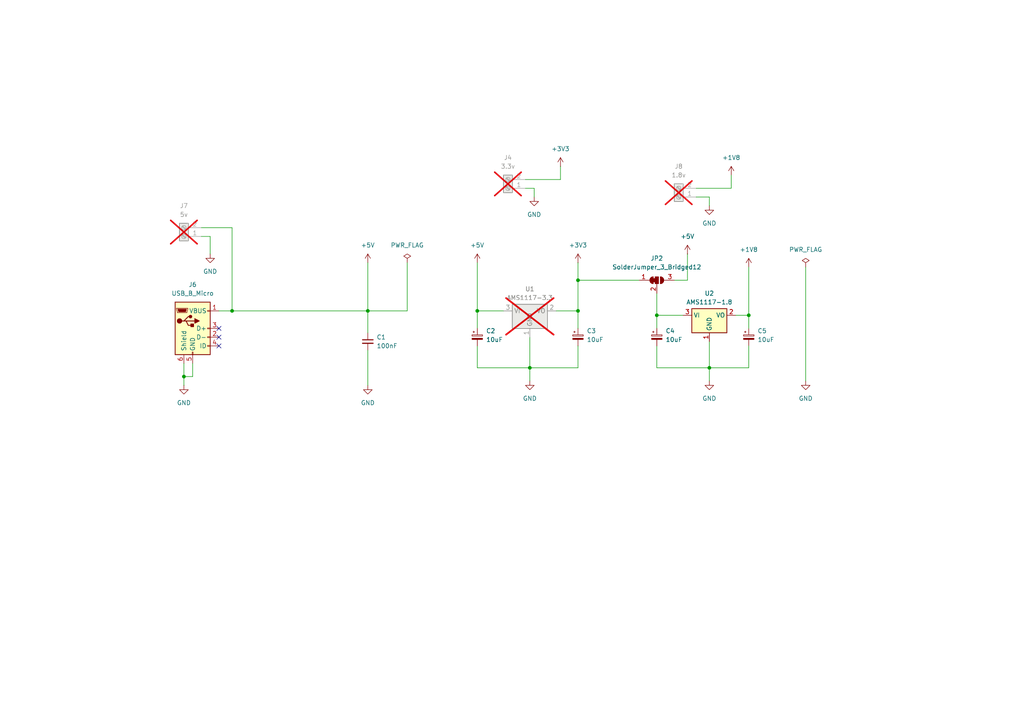
<source format=kicad_sch>
(kicad_sch (version 20231120) (generator "eeschema") (generator_version "8.0")
  (paper "A4")
  (title_block (title "Pi Compute Module 3 Minimum Viable Board") (date "2024-03-28") (rev "1") (company "Designed by: Kuro"))
  (lib_symbols
    (symbol "Connector:Screw_Terminal_01x02" (pin_names (offset 1.016) hide)
      (property "Reference" "J" (at 0 2.54 0))
      (property "Value" "Screw_Terminal_01x02" (at 0 -5.08 0))
      (symbol "Screw_Terminal_01x02_1_1"
        (rectangle (start -1.27 1.27) (end 1.27 -3.81) (stroke (width 0.254)) (fill (type background)))
        (circle (center 0 -2.54) (radius 0.635) (stroke (width 0.1524)))
        (polyline (pts (xy -0.5334 -2.2098) (xy 0.3302 -3.048)) (stroke (width 0.1524)))
        (polyline (pts (xy -0.5334 0.3302) (xy 0.3302 -0.508)) (stroke (width 0.1524)))
        (polyline (pts (xy -0.3556 -2.032) (xy 0.508 -2.8702)) (stroke (width 0.1524)))
        (polyline (pts (xy -0.3556 0.508) (xy 0.508 -0.3302)) (stroke (width 0.1524)))
        (circle (center 0 0) (radius 0.635) (stroke (width 0.1524)))
        (pin passive line (at -5.08 0 0) (length 3.81) (name "Pin_1") (number "1"))
        (pin passive line (at -5.08 -2.54 0) (length 3.81) (name "Pin_2") (number "2"))
      )
    )
    (symbol "Connector:USB_B_Micro" (pin_names (offset 1.016))
      (property "Reference" "J" (at -5.08 11.43 0))
      (property "Value" "USB_B_Micro" (at -5.08 8.89 0))
      (symbol "USB_B_Micro_0_1"
        (rectangle (start -5.08 -7.62) (end 5.08 7.62) (stroke (width 0.254)) (fill (type background)))
        (circle (center -3.81 2.159) (radius 0.635) (stroke (width 0.254)) (fill (type outline)))
        (circle (center -0.635 3.429) (radius 0.381) (stroke (width 0.254)) (fill (type outline)))
        (rectangle (start -0.127 -7.62) (end 0.127 -6.858))
        (polyline (pts (xy -1.905 2.159) (xy 0.635 2.159)) (stroke (width 0.254)))
        (polyline (pts (xy -3.175 2.159) (xy -2.54 2.159) (xy -1.27 3.429) (xy -0.635 3.429)) (stroke (width 0.254)))
        (polyline (pts (xy -2.54 2.159) (xy -1.905 2.159) (xy -1.27 0.889) (xy 0 0.889)) (stroke (width 0.254)))
        (polyline (pts (xy 0.635 2.794) (xy 0.635 1.524) (xy 1.905 2.159) (xy 0.635 2.794)) (stroke (width 0.254)) (fill (type outline)))
        (polyline (pts (xy -4.318 5.588) (xy -1.778 5.588) (xy -2.032 4.826) (xy -4.064 4.826) (xy -4.318 5.588)) (fill (type outline)))
        (polyline (pts (xy -4.699 5.842) (xy -4.699 5.588) (xy -4.445 4.826) (xy -4.445 4.572) (xy -1.651 4.572) (xy -1.651 4.826) (xy -1.397 5.588) (xy -1.397 5.842) (xy -4.699 5.842)))
        (rectangle (start 0.254 1.27) (end -0.508 0.508) (stroke (width 0.254)) (fill (type outline)))
        (rectangle (start 5.08 -5.207) (end 4.318 -4.953))
        (rectangle (start 5.08 -2.667) (end 4.318 -2.413))
        (rectangle (start 5.08 -0.127) (end 4.318 0.127))
        (rectangle (start 5.08 4.953) (end 4.318 5.207))
      )
      (symbol "USB_B_Micro_1_1"
        (pin power_out line (at 7.62 5.08 180) (length 2.54) (name "VBUS") (number "1"))
        (pin bidirectional line (at 7.62 -2.54 180) (length 2.54) (name "D-") (number "2"))
        (pin bidirectional line (at 7.62 0 180) (length 2.54) (name "D+") (number "3"))
        (pin passive line (at 7.62 -5.08 180) (length 2.54) (name "ID") (number "4"))
        (pin power_out line (at 0 -10.16 90) (length 2.54) (name "GND") (number "5"))
        (pin passive line (at -2.54 -10.16 90) (length 2.54) (name "Shield") (number "6"))
      )
    )
    (symbol "Device:C_Polarized_Small" (pin_numbers hide) (pin_names (offset 0.254) hide)
      (property "Reference" "C" (at 0.254 1.778 0))
      (property "Value" "C_Polarized_Small" (at 0.254 -2.032 0))
      (symbol "C_Polarized_Small_0_1"
        (rectangle (start -1.524 -0.3048) (end 1.524 -0.6858) (fill (type outline)))
        (rectangle (start -1.524 0.6858) (end 1.524 0.3048))
        (polyline (pts (xy -1.27 1.524) (xy -0.762 1.524)))
        (polyline (pts (xy -1.016 1.27) (xy -1.016 1.778)))
      )
      (symbol "C_Polarized_Small_1_1"
        (pin passive line (at 0 2.54 270) (length 1.8542) (name "~") (number "1"))
        (pin passive line (at 0 -2.54 90) (length 1.8542) (name "~") (number "2"))
      )
    )
    (symbol "Device:C_Small" (pin_numbers hide) (pin_names (offset 0.254) hide)
      (property "Reference" "C" (at 0.254 1.778 0))
      (property "Value" "C_Small" (at 0.254 -2.032 0))
      (symbol "C_Small_0_1"
        (polyline (pts (xy -1.524 -0.508) (xy 1.524 -0.508)) (stroke (width 0.3302)))
        (polyline (pts (xy -1.524 0.508) (xy 1.524 0.508)) (stroke (width 0.3048)))
      )
      (symbol "C_Small_1_1"
        (pin passive line (at 0 2.54 270) (length 2.032) (name "~") (number "1"))
        (pin passive line (at 0 -2.54 90) (length 2.032) (name "~") (number "2"))
      )
    )
    (symbol "Jumper:SolderJumper_3_Bridged12" (pin_names (offset 0) hide) (exclude_from_sim yes) (in_bom no)
      (property "Reference" "JP" (at -2.54 -2.54 0))
      (property "Value" "SolderJumper_3_Bridged12" (at 0 2.794 0))
      (symbol "SolderJumper_3_Bridged12_0_1"
        (rectangle (start -1.016 0.508) (end -0.508 -0.508) (fill (type outline)))
        (arc (start -1.016 1.016) (mid -2.0276 0) (end -1.016 -1.016))
        (arc (start -1.016 1.016) (mid -2.0276 0) (end -1.016 -1.016) (fill (type outline)))
        (rectangle (start -0.508 1.016) (end 0.508 -1.016) (fill (type outline)))
        (polyline (pts (xy -2.54 0) (xy -2.032 0)))
        (polyline (pts (xy -1.016 1.016) (xy -1.016 -1.016)))
        (polyline (pts (xy 0 -1.27) (xy 0 -1.016)))
        (polyline (pts (xy 1.016 1.016) (xy 1.016 -1.016)))
        (polyline (pts (xy 2.54 0) (xy 2.032 0)))
        (arc (start 1.016 -1.016) (mid 2.0276 0) (end 1.016 1.016))
        (arc (start 1.016 -1.016) (mid 2.0276 0) (end 1.016 1.016) (fill (type outline)))
      )
      (symbol "SolderJumper_3_Bridged12_1_1"
        (pin passive line (at -5.08 0 0) (length 2.54) (name "A") (number "1"))
        (pin passive line (at 0 -3.81 90) (length 2.54) (name "C") (number "2"))
        (pin passive line (at 5.08 0 180) (length 2.54) (name "B") (number "3"))
      )
    )
    (symbol "Regulator_Linear:AMS1117-1.8"
      (property "Reference" "U" (at -3.81 3.175 0))
      (property "Value" "AMS1117-1.8" (at 0 3.175 0))
      (symbol "AMS1117-1.8_0_1"
        (rectangle (start -5.08 -5.08) (end 5.08 1.905) (stroke (width 0.254)) (fill (type background)))
      )
      (symbol "AMS1117-1.8_1_1"
        (pin power_in line (at 0 -7.62 90) (length 2.54) (name "GND") (number "1"))
        (pin power_out line (at 7.62 0 180) (length 2.54) (name "VO") (number "2"))
        (pin power_in line (at -7.62 0 0) (length 2.54) (name "VI") (number "3"))
      )
    )
    (symbol "Regulator_Linear:AMS1117-3.3"
      (property "Reference" "U" (at -3.81 3.175 0))
      (property "Value" "AMS1117-3.3" (at 0 3.175 0))
      (symbol "AMS1117-3.3_0_1"
        (rectangle (start -5.08 -5.08) (end 5.08 1.905) (stroke (width 0.254)) (fill (type background)))
      )
      (symbol "AMS1117-3.3_1_1"
        (pin power_in line (at 0 -7.62 90) (length 2.54) (name "GND") (number "1"))
        (pin power_out line (at 7.62 0 180) (length 2.54) (name "VO") (number "2"))
        (pin power_in line (at -7.62 0 0) (length 2.54) (name "VI") (number "3"))
      )
    )
    (symbol "power:+1V8" (power) (pin_numbers hide) (pin_names (offset 0) hide)
      (property "Value" "+1V8" (at 0 3.556 0))
      (symbol "+1V8_0_1"
        (polyline (pts (xy -0.762 1.27) (xy 0 2.54)))
        (polyline (pts (xy 0 0) (xy 0 2.54)))
        (polyline (pts (xy 0 2.54) (xy 0.762 1.27)))
      )
      (symbol "+1V8_1_1"
        (pin power_in line (at 0 0 90) (length 0) (name "~") (number "1"))
      )
    )
    (symbol "power:+3V3" (power) (pin_numbers hide) (pin_names (offset 0) hide)
      (property "Value" "+3V3" (at 0 3.556 0))
      (symbol "+3V3_0_1"
        (polyline (pts (xy -0.762 1.27) (xy 0 2.54)))
        (polyline (pts (xy 0 0) (xy 0 2.54)))
        (polyline (pts (xy 0 2.54) (xy 0.762 1.27)))
      )
      (symbol "+3V3_1_1"
        (pin power_in line (at 0 0 90) (length 0) (name "~") (number "1"))
      )
    )
    (symbol "power:+5V" (power) (pin_numbers hide) (pin_names (offset 0) hide)
      (property "Value" "+5V" (at 0 3.556 0))
      (symbol "+5V_0_1"
        (polyline (pts (xy -0.762 1.27) (xy 0 2.54)))
        (polyline (pts (xy 0 0) (xy 0 2.54)))
        (polyline (pts (xy 0 2.54) (xy 0.762 1.27)))
      )
      (symbol "+5V_1_1"
        (pin power_in line (at 0 0 90) (length 0) (name "~") (number "1"))
      )
    )
    (symbol "power:GND" (power) (pin_numbers hide) (pin_names (offset 0) hide)
      (property "Value" "GND" (at 0 -3.81 0))
      (symbol "GND_0_1"
        (polyline (pts (xy 0 0) (xy 0 -1.27) (xy 1.27 -1.27) (xy 0 -2.54) (xy -1.27 -1.27) (xy 0 -1.27)))
      )
      (symbol "GND_1_1"
        (pin power_in line (at 0 0 270) (length 0) (name "~") (number "1"))
      )
    )
    (symbol "power:PWR_FLAG" (power) (pin_numbers hide) (pin_names (offset 0) hide)
      (property "Value" "PWR_FLAG" (at 0 3.81 0))
      (symbol "PWR_FLAG_0_0"
        (pin power_out line (at 0 0 90) (length 0) (name "~") (number "1"))
      )
      (symbol "PWR_FLAG_0_1"
        (polyline (pts (xy 0 0) (xy 0 1.27) (xy -1.016 1.905) (xy 0 2.54) (xy 1.016 1.905) (xy 0 1.27)))
      )
    )
  )
  (junction (at 167.64 81.28))
  (junction (at 138.43 90.17))
  (junction (at 190.5 91.44))
  (junction (at 205.74 106.68))
  (junction (at 217.17 91.44))
  (junction (at 167.64 90.17))
  (junction (at 153.67 106.68))
  (junction (at 106.68 90.17))
  (junction (at 53.34 109.22))
  (junction (at 67.31 90.17))
  (no_connect (at 63.5 97.79))
  (no_connect (at 63.5 95.25))
  (no_connect (at 63.5 100.33))
  (wire (pts (xy 106.68 101.6) (xy 106.68 111.76)))
  (wire (pts (xy 162.56 48.26) (xy 162.56 52.07)))
  (wire (pts (xy 233.68 77.47) (xy 233.68 110.49)))
  (wire (pts (xy 199.39 73.66) (xy 199.39 81.28)))
  (wire (pts (xy 60.96 68.58) (xy 60.96 73.66)))
  (wire (pts (xy 199.39 81.28) (xy 195.58 81.28)))
  (wire (pts (xy 118.11 76.2) (xy 118.11 90.17)))
  (wire (pts (xy 190.5 85.09) (xy 190.5 91.44)))
  (wire (pts (xy 201.93 57.15) (xy 205.74 57.15)))
  (wire (pts (xy 55.88 109.22) (xy 53.34 109.22)))
  (wire (pts (xy 63.5 90.17) (xy 67.31 90.17)))
  (wire (pts (xy 153.67 97.79) (xy 153.67 106.68)))
  (wire (pts (xy 205.74 99.06) (xy 205.74 106.68)))
  (wire (pts (xy 161.29 90.17) (xy 167.64 90.17)))
  (wire (pts (xy 167.64 76.2) (xy 167.64 81.28)))
  (wire (pts (xy 53.34 105.41) (xy 53.34 109.22)))
  (wire (pts (xy 167.64 81.28) (xy 185.42 81.28)))
  (wire (pts (xy 67.31 90.17) (xy 106.68 90.17)))
  (wire (pts (xy 217.17 77.47) (xy 217.17 91.44)))
  (wire (pts (xy 167.64 90.17) (xy 167.64 95.25)))
  (wire (pts (xy 67.31 66.04) (xy 67.31 90.17)))
  (wire (pts (xy 154.94 54.61) (xy 154.94 57.15)))
  (wire (pts (xy 167.64 81.28) (xy 167.64 90.17)))
  (wire (pts (xy 205.74 106.68) (xy 205.74 110.49)))
  (wire (pts (xy 217.17 91.44) (xy 217.17 95.25)))
  (wire (pts (xy 217.17 100.33) (xy 217.17 106.68)))
  (wire (pts (xy 55.88 105.41) (xy 55.88 109.22)))
  (wire (pts (xy 190.5 106.68) (xy 205.74 106.68)))
  (wire (pts (xy 58.42 68.58) (xy 60.96 68.58)))
  (wire (pts (xy 106.68 90.17) (xy 106.68 96.52)))
  (wire (pts (xy 53.34 109.22) (xy 53.34 111.76)))
  (wire (pts (xy 190.5 91.44) (xy 190.5 95.25)))
  (wire (pts (xy 167.64 106.68) (xy 153.67 106.68)))
  (wire (pts (xy 153.67 106.68) (xy 153.67 110.49)))
  (wire (pts (xy 201.93 54.61) (xy 212.09 54.61)))
  (wire (pts (xy 162.56 52.07) (xy 152.4 52.07)))
  (wire (pts (xy 212.09 50.8) (xy 212.09 54.61)))
  (wire (pts (xy 118.11 90.17) (xy 106.68 90.17)))
  (wire (pts (xy 138.43 90.17) (xy 146.05 90.17)))
  (wire (pts (xy 190.5 91.44) (xy 198.12 91.44)))
  (wire (pts (xy 138.43 106.68) (xy 153.67 106.68)))
  (wire (pts (xy 138.43 90.17) (xy 138.43 95.25)))
  (wire (pts (xy 217.17 106.68) (xy 205.74 106.68)))
  (wire (pts (xy 58.42 66.04) (xy 67.31 66.04)))
  (wire (pts (xy 167.64 100.33) (xy 167.64 106.68)))
  (wire (pts (xy 106.68 90.17) (xy 106.68 76.2)))
  (wire (pts (xy 152.4 54.61) (xy 154.94 54.61)))
  (wire (pts (xy 190.5 100.33) (xy 190.5 106.68)))
  (wire (pts (xy 205.74 57.15) (xy 205.74 59.69)))
  (wire (pts (xy 138.43 100.33) (xy 138.43 106.68)))
  (wire (pts (xy 138.43 76.2) (xy 138.43 90.17)))
  (wire (pts (xy 213.36 91.44) (xy 217.17 91.44)))
  (symbol (lib_id "Device:C_Polarized_Small") (at 190.5 97.79 0) (unit 1)
    (property "Reference" "C4" (at 193.04 95.9738 0) (effects (justify left)))
    (property "Value" "10uF" (at 193.04 98.5138 0) (effects (justify left)))
    (property "Footprint" "Capacitor_SMD:C_0805_2012Metric" (effects (hide yes)))
    (property "Description" "Polarized capacitor, small symbol" (effects (hide yes)))
  )
  (symbol (lib_id "power:GND") (at 154.94 57.15 0) (unit 1)
    (property "Reference" "#PWR064" (effects (hide yes)))
    (property "Value" "GND" (at 154.94 62.23 0))
    (property "Description" "Power symbol creates a global label with name \"GND\" , ground" (effects (hide yes)))
  )
  (symbol (lib_id "power:GND") (at 205.74 110.49 0) (unit 1)
    (property "Reference" "#PWR029" (effects (hide yes)))
    (property "Value" "GND" (at 205.74 115.57 0))
    (property "Description" "Power symbol creates a global label with name \"GND\" , ground" (effects (hide yes)))
  )
  (symbol (lib_id "Device:C_Small") (at 106.68 99.06 0) (unit 1)
    (property "Reference" "C1" (at 109.22 97.7962 0) (effects (justify left)))
    (property "Value" "100nF" (at 109.22 100.3362 0) (effects (justify left)))
    (property "Footprint" "Capacitor_SMD:C_0805_2012Metric" (effects (hide yes)))
    (property "Description" "Unpolarized capacitor, small symbol" (effects (hide yes)))
  )
  (symbol (lib_id "power:+3V3") (at 162.56 48.26 0) (unit 1)
    (property "Reference" "#PWR024" (effects (hide yes)))
    (property "Value" "+3V3" (at 162.56 43.18 0))
    (property "Description" "Power symbol creates a global label with name \"+3V3\"" (effects (hide yes)))
  )
  (symbol (lib_id "power:PWR_FLAG") (at 233.68 77.47 0) (unit 1)
    (property "Reference" "#FLG02" (effects (hide yes)))
    (property "Value" "PWR_FLAG" (at 233.68 72.39 0))
    (property "Description" "Special symbol for telling ERC where power comes from" (effects (hide yes)))
  )
  (symbol (lib_id "power:+1V8") (at 212.09 50.8 0) (unit 1)
    (property "Reference" "#PWR036" (effects (hide yes)))
    (property "Value" "+1V8" (at 212.09 45.72 0))
    (property "Description" "Power symbol creates a global label with name \"+1V8\"" (effects (hide yes)))
  )
  (symbol (lib_id "power:GND") (at 53.34 111.76 0) (unit 1)
    (property "Reference" "#PWR022" (effects (hide yes)))
    (property "Value" "GND" (at 53.34 116.84 0))
    (property "Description" "Power symbol creates a global label with name \"GND\" , ground" (effects (hide yes)))
  )
  (symbol (lib_id "Regulator_Linear:AMS1117-1.8") (at 205.74 91.44 0) (unit 1)
    (property "Reference" "U2" (at 205.74 85.09 0))
    (property "Value" "AMS1117-1.8" (at 205.74 87.63 0))
    (property "Footprint" "Package_TO_SOT_SMD:SOT-223-3_TabPin2" (effects (hide yes)))
    (property "Datasheet" "http://www.advanced-monolithic.com/pdf/ds1117.pdf" (effects (hide yes)))
    (property "Description" "1A Low Dropout regulator, positive, 1.8V fixed output, SOT-223" (effects (hide yes)))
  )
  (symbol (lib_id "power:PWR_FLAG") (at 118.11 76.2 0) (unit 1)
    (property "Reference" "#FLG01" (effects (hide yes)))
    (property "Value" "PWR_FLAG" (at 118.11 71.12 0))
    (property "Description" "Special symbol for telling ERC where power comes from" (effects (hide yes)))
  )
  (symbol (lib_id "Connector:Screw_Terminal_01x02") (at 147.32 54.61 180) (unit 1) (in_bom no) (dnp yes)
    (property "Reference" "J4" (at 147.32 45.72 0))
    (property "Value" "3.3v" (at 147.32 48.26 0))
    (property "Footprint" "Connector_PinSocket_2.54mm:PinSocket_1x02_P2.54mm_Vertical" (effects (hide yes)))
    (property "Description" "Generic screw terminal, single row, 01x02, script generated (kicad-library-utils/schlib/autogen/connector/)" (effects (hide yes)))
  )
  (symbol (lib_id "power:GND") (at 60.96 73.66 0) (unit 1)
    (property "Reference" "#PWR032" (effects (hide yes)))
    (property "Value" "GND" (at 60.96 78.74 0))
    (property "Description" "Power symbol creates a global label with name \"GND\" , ground" (effects (hide yes)))
  )
  (symbol (lib_id "power:+5V") (at 199.39 73.66 0) (unit 1)
    (property "Reference" "#PWR027" (effects (hide yes)))
    (property "Value" "+5V" (at 199.39 68.58 0))
    (property "Description" "Power symbol creates a global label with name \"+5V\"" (effects (hide yes)))
  )
  (symbol (lib_id "Connector:USB_B_Micro") (at 55.88 95.25 0) (unit 1)
    (property "Reference" "J6" (at 55.88 82.55 0))
    (property "Value" "USB_B_Micro" (at 55.88 85.09 0))
    (property "Description" "USB Micro Type B connector" (effects (hide yes)))
  )
  (symbol (lib_id "Device:C_Polarized_Small") (at 167.64 97.79 0) (unit 1)
    (property "Reference" "C3" (at 170.18 95.9738 0) (effects (justify left)))
    (property "Value" "10uF" (at 170.18 98.5138 0) (effects (justify left)))
    (property "Footprint" "Capacitor_SMD:C_0805_2012Metric" (effects (hide yes)))
    (property "Description" "Polarized capacitor, small symbol" (effects (hide yes)))
  )
  (symbol (lib_id "power:+3V3") (at 167.64 76.2 0) (unit 1)
    (property "Reference" "#PWR031" (effects (hide yes)))
    (property "Value" "+3V3" (at 167.64 71.12 0))
    (property "Description" "Power symbol creates a global label with name \"+3V3\"" (effects (hide yes)))
  )
  (symbol (lib_id "Connector:Screw_Terminal_01x02") (at 53.34 68.58 180) (unit 1) (in_bom no) (dnp yes)
    (property "Reference" "J7" (at 53.34 59.69 0))
    (property "Value" "5v" (at 53.34 62.23 0))
    (property "Footprint" "Connector_PinSocket_2.54mm:PinSocket_1x02_P2.54mm_Vertical" (effects (hide yes)))
    (property "Description" "Generic screw terminal, single row, 01x02, script generated (kicad-library-utils/schlib/autogen/connector/)" (effects (hide yes)))
  )
  (symbol (lib_id "power:GND") (at 106.68 111.76 0) (unit 1)
    (property "Reference" "#PWR025" (effects (hide yes)))
    (property "Value" "GND" (at 106.68 116.84 0))
    (property "Description" "Power symbol creates a global label with name \"GND\" , ground" (effects (hide yes)))
  )
  (symbol (lib_id "power:+5V") (at 138.43 76.2 0) (unit 1)
    (property "Reference" "#PWR026" (effects (hide yes)))
    (property "Value" "+5V" (at 138.43 71.12 0))
    (property "Description" "Power symbol creates a global label with name \"+5V\"" (effects (hide yes)))
  )
  (symbol (lib_id "power:GND") (at 233.68 110.49 0) (unit 1)
    (property "Reference" "#PWR033" (effects (hide yes)))
    (property "Value" "GND" (at 233.68 115.57 0))
    (property "Description" "Power symbol creates a global label with name \"GND\" , ground" (effects (hide yes)))
  )
  (symbol (lib_id "power:GND") (at 205.74 59.69 0) (unit 1)
    (property "Reference" "#PWR037" (effects (hide yes)))
    (property "Value" "GND" (at 205.74 64.77 0))
    (property "Description" "Power symbol creates a global label with name \"GND\" , ground" (effects (hide yes)))
  )
  (symbol (lib_id "Device:C_Polarized_Small") (at 138.43 97.79 0) (unit 1)
    (property "Reference" "C2" (at 140.97 95.9738 0) (effects (justify left)))
    (property "Value" "10uF" (at 140.97 98.5138 0) (effects (justify left)))
    (property "Footprint" "Capacitor_SMD:C_0805_2012Metric" (effects (hide yes)))
    (property "Description" "Polarized capacitor, small symbol" (effects (hide yes)))
  )
  (symbol (lib_id "power:+1V8") (at 217.17 77.47 0) (unit 1)
    (property "Reference" "#PWR030" (effects (hide yes)))
    (property "Value" "+1V8" (at 217.17 72.39 0))
    (property "Description" "Power symbol creates a global label with name \"+1V8\"" (effects (hide yes)))
  )
  (symbol (lib_id "power:+5V") (at 106.68 76.2 0) (unit 1)
    (property "Reference" "#PWR023" (effects (hide yes)))
    (property "Value" "+5V" (at 106.68 71.12 0))
    (property "Description" "Power symbol creates a global label with name \"+5V\"" (effects (hide yes)))
  )
  (symbol (lib_id "Connector:Screw_Terminal_01x02") (at 196.85 57.15 180) (unit 1) (in_bom no) (dnp yes)
    (property "Reference" "J8" (at 196.85 48.26 0))
    (property "Value" "1.8v" (at 196.85 50.8 0))
    (property "Footprint" "Connector_PinSocket_2.54mm:PinSocket_1x02_P2.54mm_Vertical" (effects (hide yes)))
    (property "Description" "Generic screw terminal, single row, 01x02, script generated (kicad-library-utils/schlib/autogen/connector/)" (effects (hide yes)))
  )
  (symbol (lib_id "Jumper:SolderJumper_3_Bridged12") (at 190.5 81.28 0) (unit 1) (exclude_from_sim yes) (in_bom no)
    (property "Reference" "JP2" (at 190.5 74.93 0))
    (property "Value" "SolderJumper_3_Bridged12" (at 190.5 77.47 0))
    (property "Footprint" "Jumper:SolderJumper-3_P1.3mm_Bridged12_RoundedPad1.0x1.5mm" (effects (hide yes)))
    (property "Description" "3-pole Solder Jumper, pins 1+2 closed/bridged" (effects (hide yes)))
  )
  (symbol (lib_id "Regulator_Linear:AMS1117-3.3") (at 153.67 90.17 0) (unit 1) (in_bom no) (dnp yes)
    (property "Reference" "U1" (at 153.67 83.82 0))
    (property "Value" "AMS1117-3.3" (at 153.67 86.36 0))
    (property "Footprint" "Package_TO_SOT_SMD:SOT-223-3_TabPin2" (effects (hide yes)))
    (property "Datasheet" "http://www.advanced-monolithic.com/pdf/ds1117.pdf" (effects (hide yes)))
    (property "Description" "1A Low Dropout regulator, positive, 3.3V fixed output, SOT-223" (effects (hide yes)))
  )
  (symbol (lib_id "power:GND") (at 153.67 110.49 0) (unit 1)
    (property "Reference" "#PWR028" (effects (hide yes)))
    (property "Value" "GND" (at 153.67 115.57 0))
    (property "Description" "Power symbol creates a global label with name \"GND\" , ground" (effects (hide yes)))
  )
  (symbol (lib_id "Device:C_Polarized_Small") (at 217.17 97.79 0) (unit 1)
    (property "Reference" "C5" (at 219.71 95.9738 0) (effects (justify left)))
    (property "Value" "10uF" (at 219.71 98.5138 0) (effects (justify left)))
    (property "Footprint" "Capacitor_SMD:C_0805_2012Metric" (effects (hide yes)))
    (property "Description" "Polarized capacitor, small symbol" (effects (hide yes)))
  )
)
</source>
